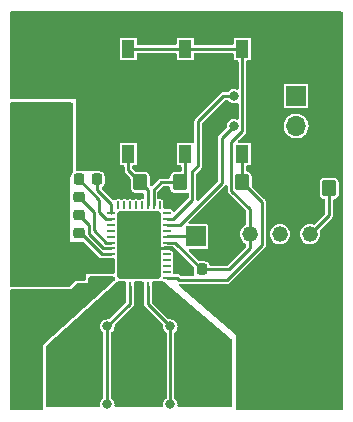
<source format=gbr>
G04 #@! TF.GenerationSoftware,KiCad,Pcbnew,(6.0.1)*
G04 #@! TF.CreationDate,2022-02-05T19:11:42-06:00*
G04 #@! TF.ProjectId,MCF8316A,4d434638-3331-4364-912e-6b696361645f,rev?*
G04 #@! TF.SameCoordinates,Original*
G04 #@! TF.FileFunction,Copper,L1,Top*
G04 #@! TF.FilePolarity,Positive*
%FSLAX46Y46*%
G04 Gerber Fmt 4.6, Leading zero omitted, Abs format (unit mm)*
G04 Created by KiCad (PCBNEW (6.0.1)) date 2022-02-05 19:11:42*
%MOMM*%
%LPD*%
G01*
G04 APERTURE LIST*
G04 Aperture macros list*
%AMRoundRect*
0 Rectangle with rounded corners*
0 $1 Rounding radius*
0 $2 $3 $4 $5 $6 $7 $8 $9 X,Y pos of 4 corners*
0 Add a 4 corners polygon primitive as box body*
4,1,4,$2,$3,$4,$5,$6,$7,$8,$9,$2,$3,0*
0 Add four circle primitives for the rounded corners*
1,1,$1+$1,$2,$3*
1,1,$1+$1,$4,$5*
1,1,$1+$1,$6,$7*
1,1,$1+$1,$8,$9*
0 Add four rect primitives between the rounded corners*
20,1,$1+$1,$2,$3,$4,$5,0*
20,1,$1+$1,$4,$5,$6,$7,0*
20,1,$1+$1,$6,$7,$8,$9,0*
20,1,$1+$1,$8,$9,$2,$3,0*%
G04 Aperture macros list end*
G04 #@! TA.AperFunction,SMDPad,CuDef*
%ADD10RoundRect,0.250000X-0.350000X-0.450000X0.350000X-0.450000X0.350000X0.450000X-0.350000X0.450000X0*%
G04 #@! TD*
G04 #@! TA.AperFunction,SMDPad,CuDef*
%ADD11RoundRect,0.185000X-1.665000X2.665000X-1.665000X-2.665000X1.665000X-2.665000X1.665000X2.665000X0*%
G04 #@! TD*
G04 #@! TA.AperFunction,SMDPad,CuDef*
%ADD12RoundRect,0.062500X0.237500X-0.062500X0.237500X0.062500X-0.237500X0.062500X-0.237500X-0.062500X0*%
G04 #@! TD*
G04 #@! TA.AperFunction,SMDPad,CuDef*
%ADD13RoundRect,0.062500X0.062500X0.237500X-0.062500X0.237500X-0.062500X-0.237500X0.062500X-0.237500X0*%
G04 #@! TD*
G04 #@! TA.AperFunction,ComponentPad*
%ADD14RoundRect,0.250000X-1.750000X-1.750000X1.750000X-1.750000X1.750000X1.750000X-1.750000X1.750000X0*%
G04 #@! TD*
G04 #@! TA.AperFunction,SMDPad,CuDef*
%ADD15RoundRect,0.225000X-0.225000X-0.250000X0.225000X-0.250000X0.225000X0.250000X-0.225000X0.250000X0*%
G04 #@! TD*
G04 #@! TA.AperFunction,SMDPad,CuDef*
%ADD16R,1.100000X1.500000*%
G04 #@! TD*
G04 #@! TA.AperFunction,SMDPad,CuDef*
%ADD17RoundRect,0.225000X0.250000X-0.225000X0.250000X0.225000X-0.250000X0.225000X-0.250000X-0.225000X0*%
G04 #@! TD*
G04 #@! TA.AperFunction,SMDPad,CuDef*
%ADD18RoundRect,0.250000X-0.650000X0.325000X-0.650000X-0.325000X0.650000X-0.325000X0.650000X0.325000X0*%
G04 #@! TD*
G04 #@! TA.AperFunction,SMDPad,CuDef*
%ADD19RoundRect,0.250000X0.350000X0.450000X-0.350000X0.450000X-0.350000X-0.450000X0.350000X-0.450000X0*%
G04 #@! TD*
G04 #@! TA.AperFunction,SMDPad,CuDef*
%ADD20RoundRect,0.225000X0.225000X0.250000X-0.225000X0.250000X-0.225000X-0.250000X0.225000X-0.250000X0*%
G04 #@! TD*
G04 #@! TA.AperFunction,ComponentPad*
%ADD21R,1.700000X1.700000*%
G04 #@! TD*
G04 #@! TA.AperFunction,ComponentPad*
%ADD22O,1.700000X1.700000*%
G04 #@! TD*
G04 #@! TA.AperFunction,ComponentPad*
%ADD23RoundRect,0.250000X-1.750000X1.750000X-1.750000X-1.750000X1.750000X-1.750000X1.750000X1.750000X0*%
G04 #@! TD*
G04 #@! TA.AperFunction,ComponentPad*
%ADD24C,4.000000*%
G04 #@! TD*
G04 #@! TA.AperFunction,SMDPad,CuDef*
%ADD25RoundRect,0.225000X-0.250000X0.225000X-0.250000X-0.225000X0.250000X-0.225000X0.250000X0.225000X0*%
G04 #@! TD*
G04 #@! TA.AperFunction,ComponentPad*
%ADD26C,1.320800*%
G04 #@! TD*
G04 #@! TA.AperFunction,ViaPad*
%ADD27C,0.800000*%
G04 #@! TD*
G04 #@! TA.AperFunction,Conductor*
%ADD28C,0.250000*%
G04 #@! TD*
G04 APERTURE END LIST*
D10*
G04 #@! TO.P,R1,1*
G04 #@! TO.N,GND*
X166249600Y-100076000D03*
G04 #@! TO.P,R1,2*
G04 #@! TO.N,Net-(R1-Pad2)*
X168249600Y-100076000D03*
G04 #@! TD*
D11*
G04 #@! TO.P,U1,0,GNDPAD*
G04 #@! TO.N,GND*
X152146000Y-104902000D03*
D12*
G04 #@! TO.P,U1,1,DVDD*
G04 #@! TO.N,/DVDD*
X149746000Y-102152000D03*
G04 #@! TO.P,U1,2,DGND*
G04 #@! TO.N,/DGND*
X149746000Y-102652000D03*
G04 #@! TO.P,U1,3,FB_BK*
G04 #@! TO.N,unconnected-(U1-Pad3)*
X149746000Y-103152000D03*
G04 #@! TO.P,U1,4,GND_BK*
G04 #@! TO.N,unconnected-(U1-Pad4)*
X149746000Y-103652000D03*
G04 #@! TO.P,U1,5,SW_BK*
G04 #@! TO.N,unconnected-(U1-Pad5)*
X149746000Y-104152000D03*
G04 #@! TO.P,U1,6,CPL*
G04 #@! TO.N,/CPL*
X149746000Y-104652000D03*
G04 #@! TO.P,U1,7,CPH*
G04 #@! TO.N,/CPH*
X149746000Y-105152000D03*
G04 #@! TO.P,U1,8,CP*
G04 #@! TO.N,/CP*
X149746000Y-105652000D03*
G04 #@! TO.P,U1,9,VM*
G04 #@! TO.N,VDD*
X149746000Y-106152000D03*
G04 #@! TO.P,U1,10,VM*
X149746000Y-106652000D03*
G04 #@! TO.P,U1,11,VM*
X149746000Y-107152000D03*
G04 #@! TO.P,U1,12,PGND*
G04 #@! TO.N,GND*
X149746000Y-107652000D03*
D13*
G04 #@! TO.P,U1,13,OUTA*
G04 #@! TO.N,/A*
X150396000Y-108302000D03*
G04 #@! TO.P,U1,14,OUTA*
X150896000Y-108302000D03*
G04 #@! TO.P,U1,15,PGND*
G04 #@! TO.N,GND*
X151396000Y-108302000D03*
G04 #@! TO.P,U1,16,OUTB*
G04 #@! TO.N,/B*
X151896000Y-108302000D03*
G04 #@! TO.P,U1,17,OUTB*
X152396000Y-108302000D03*
G04 #@! TO.P,U1,18,PGND*
G04 #@! TO.N,GND*
X152896000Y-108302000D03*
G04 #@! TO.P,U1,19,OUTC*
G04 #@! TO.N,/C*
X153396000Y-108302000D03*
G04 #@! TO.P,U1,20,OUTC*
X153896000Y-108302000D03*
D12*
G04 #@! TO.P,U1,21,DRVOFF*
G04 #@! TO.N,/COAST*
X154546000Y-107652000D03*
G04 #@! TO.P,U1,22*
G04 #@! TO.N,unconnected-(U1-Pad22)*
X154546000Y-107152000D03*
G04 #@! TO.P,U1,23*
G04 #@! TO.N,unconnected-(U1-Pad23)*
X154546000Y-106652000D03*
G04 #@! TO.P,U1,24*
G04 #@! TO.N,unconnected-(U1-Pad24)*
X154546000Y-106152000D03*
G04 #@! TO.P,U1,25*
G04 #@! TO.N,unconnected-(U1-Pad25)*
X154546000Y-105652000D03*
G04 #@! TO.P,U1,26,AGND*
G04 #@! TO.N,GND*
X154546000Y-105152000D03*
G04 #@! TO.P,U1,27,AVDD*
G04 #@! TO.N,+3V3*
X154546000Y-104652000D03*
G04 #@! TO.P,U1,28,SPEED/WAKE*
G04 #@! TO.N,/SPEED*
X154546000Y-104152000D03*
G04 #@! TO.P,U1,29,FG*
G04 #@! TO.N,unconnected-(U1-Pad29)*
X154546000Y-103652000D03*
G04 #@! TO.P,U1,30,SDA*
G04 #@! TO.N,/SDA*
X154546000Y-103152000D03*
G04 #@! TO.P,U1,31,SCL*
G04 #@! TO.N,/SCL*
X154546000Y-102652000D03*
G04 #@! TO.P,U1,32,EXT_WD*
G04 #@! TO.N,unconnected-(U1-Pad32)*
X154546000Y-102152000D03*
D13*
G04 #@! TO.P,U1,33,EXT_CLK*
G04 #@! TO.N,unconnected-(U1-Pad33)*
X153896000Y-101502000D03*
G04 #@! TO.P,U1,34,DIR*
G04 #@! TO.N,/DIRECTION*
X153396000Y-101502000D03*
G04 #@! TO.P,U1,35,BRAKE*
G04 #@! TO.N,/BRAKE*
X152896000Y-101502000D03*
G04 #@! TO.P,U1,36*
G04 #@! TO.N,unconnected-(U1-Pad36)*
X152396000Y-101502000D03*
G04 #@! TO.P,U1,37*
G04 #@! TO.N,unconnected-(U1-Pad37)*
X151896000Y-101502000D03*
G04 #@! TO.P,U1,38*
G04 #@! TO.N,unconnected-(U1-Pad38)*
X151396000Y-101502000D03*
G04 #@! TO.P,U1,39*
G04 #@! TO.N,unconnected-(U1-Pad39)*
X150896000Y-101502000D03*
G04 #@! TO.P,U1,40,nFAULT*
G04 #@! TO.N,unconnected-(U1-Pad40)*
X150396000Y-101502000D03*
G04 #@! TD*
D14*
G04 #@! TO.P,J1,1,Pin_1*
G04 #@! TO.N,/A*
X146812000Y-116078000D03*
G04 #@! TD*
D15*
G04 #@! TO.P,C5,1*
G04 #@! TO.N,/DGND*
X147040000Y-99314000D03*
G04 #@! TO.P,C5,2*
G04 #@! TO.N,/DVDD*
X148590000Y-99314000D03*
G04 #@! TD*
D10*
G04 #@! TO.P,R4,1*
G04 #@! TO.N,/DIRECTION*
X155607000Y-99568000D03*
G04 #@! TO.P,R4,2*
G04 #@! TO.N,GND*
X157607000Y-99568000D03*
G04 #@! TD*
D16*
G04 #@! TO.P,SW1,1*
G04 #@! TO.N,+3V3*
X151257000Y-88260000D03*
G04 #@! TO.P,SW1,2*
G04 #@! TO.N,/BRAKE*
X151257000Y-97160000D03*
G04 #@! TD*
D17*
G04 #@! TO.P,C1,1*
G04 #@! TO.N,/CPH*
X147066000Y-102362000D03*
G04 #@! TO.P,C1,2*
G04 #@! TO.N,/CPL*
X147066000Y-100812000D03*
G04 #@! TD*
D18*
G04 #@! TO.P,C7,1*
G04 #@! TO.N,VDD*
X145034000Y-107188000D03*
G04 #@! TO.P,C7,2*
G04 #@! TO.N,GND*
X145034000Y-110138000D03*
G04 #@! TD*
G04 #@! TO.P,C6,1*
G04 #@! TO.N,VDD*
X142621000Y-107188000D03*
G04 #@! TO.P,C6,2*
G04 #@! TO.N,GND*
X142621000Y-110138000D03*
G04 #@! TD*
D10*
G04 #@! TO.P,R2,1*
G04 #@! TO.N,/COAST*
X160909000Y-99568000D03*
G04 #@! TO.P,R2,2*
G04 #@! TO.N,GND*
X162909000Y-99568000D03*
G04 #@! TD*
D19*
G04 #@! TO.P,R3,1*
G04 #@! TO.N,/BRAKE*
X152273000Y-99568000D03*
G04 #@! TO.P,R3,2*
G04 #@! TO.N,GND*
X150273000Y-99568000D03*
G04 #@! TD*
D20*
G04 #@! TO.P,C4,1*
G04 #@! TO.N,+3V3*
X157480000Y-106934000D03*
G04 #@! TO.P,C4,2*
G04 #@! TO.N,GND*
X155930000Y-106934000D03*
G04 #@! TD*
D21*
G04 #@! TO.P,J4,1,Pin_1*
G04 #@! TO.N,/SCL*
X165455600Y-92247800D03*
D22*
G04 #@! TO.P,J4,2,Pin_2*
G04 #@! TO.N,/SDA*
X165455600Y-94787800D03*
G04 #@! TD*
D23*
G04 #@! TO.P,J6,1,Pin_1*
G04 #@! TO.N,GND*
X144018000Y-88094000D03*
D24*
G04 #@! TO.P,J6,2,Pin_2*
G04 #@! TO.N,VDD*
X144018000Y-95294000D03*
G04 #@! TD*
D16*
G04 #@! TO.P,SW3,1*
G04 #@! TO.N,+3V3*
X160909000Y-88260000D03*
G04 #@! TO.P,SW3,2*
G04 #@! TO.N,/COAST*
X160909000Y-97160000D03*
G04 #@! TD*
D14*
G04 #@! TO.P,J2,1,Pin_1*
G04 #@! TO.N,/B*
X152146000Y-116078000D03*
G04 #@! TD*
D25*
G04 #@! TO.P,C3,1*
G04 #@! TO.N,VDD*
X147066000Y-107188000D03*
G04 #@! TO.P,C3,2*
G04 #@! TO.N,GND*
X147066000Y-108738000D03*
G04 #@! TD*
D14*
G04 #@! TO.P,J3,1,Pin_1*
G04 #@! TO.N,/C*
X157480000Y-116078000D03*
G04 #@! TD*
D26*
G04 #@! TO.P,VR1,1,1*
G04 #@! TO.N,Net-(R1-Pad2)*
X166624000Y-103949500D03*
G04 #@! TO.P,VR1,2,2*
G04 #@! TO.N,/SPEED*
X164084000Y-103949500D03*
G04 #@! TO.P,VR1,3,3*
G04 #@! TO.N,+3V3*
X161544000Y-103949500D03*
G04 #@! TD*
D17*
G04 #@! TO.P,C2,1*
G04 #@! TO.N,VDD*
X147066000Y-105410000D03*
G04 #@! TO.P,C2,2*
G04 #@! TO.N,/CP*
X147066000Y-103860000D03*
G04 #@! TD*
D16*
G04 #@! TO.P,SW2,1*
G04 #@! TO.N,+3V3*
X156083000Y-88260000D03*
G04 #@! TO.P,SW2,2*
G04 #@! TO.N,/DIRECTION*
X156083000Y-97160000D03*
G04 #@! TD*
D21*
G04 #@! TO.P,J5,1,Pin_1*
G04 #@! TO.N,/SPEED*
X156972000Y-104140000D03*
G04 #@! TD*
D27*
G04 #@! TO.N,GND*
X152146000Y-102743000D03*
X151384000Y-95453200D03*
X154813000Y-111760000D03*
X151003000Y-102743000D03*
X160985200Y-118262400D03*
X148082000Y-91694000D03*
X152146000Y-105918000D03*
X142621000Y-111379000D03*
X162204400Y-106578400D03*
X151003000Y-107061000D03*
X142621000Y-109016800D03*
X168910000Y-91846400D03*
X160172400Y-111607600D03*
X153670000Y-91186000D03*
X157988000Y-101854000D03*
X168808400Y-118211600D03*
X168554400Y-85852000D03*
X168960800Y-96977200D03*
X154127200Y-85547200D03*
X150977600Y-100380800D03*
X166928800Y-100076000D03*
X162255200Y-97383600D03*
X142646400Y-114249200D03*
X157632400Y-98958400D03*
X152654000Y-98044000D03*
X152146000Y-103886000D03*
X145034000Y-109016800D03*
X149479000Y-111760000D03*
X154686000Y-98196400D03*
X156514800Y-108610400D03*
X142595600Y-117957600D03*
X168910000Y-109626400D03*
X152146000Y-107061000D03*
X153289000Y-102743000D03*
X168910000Y-104495600D03*
X147574000Y-97840800D03*
X157937200Y-91084400D03*
X163880800Y-102412800D03*
X156159200Y-95605600D03*
X164134800Y-87426800D03*
X155194000Y-101092000D03*
X142240000Y-91440000D03*
X157835600Y-85598000D03*
X160528000Y-102108000D03*
X148640800Y-108254800D03*
X162204400Y-99568000D03*
X158292800Y-105918000D03*
X145084800Y-111252000D03*
X149479000Y-118364000D03*
X147066000Y-109677200D03*
X153289000Y-107061000D03*
X147777200Y-85648800D03*
X162102800Y-93472000D03*
X159512000Y-93472000D03*
X161899600Y-89763600D03*
X155448000Y-106172000D03*
X152146000Y-104902000D03*
X154813000Y-118364000D03*
G04 #@! TO.N,/SCL*
X160184500Y-92252800D03*
G04 #@! TO.N,/SDA*
X160184500Y-94787800D03*
G04 #@! TD*
D28*
G04 #@! TO.N,GND*
X151396000Y-109843000D02*
X149479000Y-111760000D01*
X166249600Y-100076000D02*
X166928800Y-100076000D01*
X149479000Y-111760000D02*
X149479000Y-118364000D01*
X157607000Y-98983800D02*
X157632400Y-98958400D01*
X154546000Y-105152000D02*
X152396000Y-105152000D01*
X152896000Y-109843000D02*
X152896000Y-108302000D01*
X154813000Y-111760000D02*
X152896000Y-109843000D01*
X162909000Y-99568000D02*
X162204400Y-99568000D01*
X154813000Y-118364000D02*
X154813000Y-111760000D01*
X151396000Y-108302000D02*
X151396000Y-109843000D01*
X152396000Y-105152000D02*
X152146000Y-104902000D01*
X157607000Y-99568000D02*
X157607000Y-98983800D01*
G04 #@! TO.N,+3V3*
X156083000Y-88260000D02*
X151257000Y-88260000D01*
X159766000Y-106934000D02*
X161544000Y-105156000D01*
X161544000Y-101828600D02*
X159984480Y-100269080D01*
X161544000Y-105156000D02*
X161544000Y-103949500D01*
X159984480Y-100269080D02*
X159984480Y-96135498D01*
X155198000Y-104652000D02*
X154546000Y-104652000D01*
X157480000Y-106934000D02*
X159766000Y-106934000D01*
X159984480Y-96135498D02*
X160909000Y-95210978D01*
X160909000Y-88260000D02*
X156083000Y-88260000D01*
X161544000Y-103949500D02*
X161544000Y-101828600D01*
X157480000Y-106934000D02*
X155198000Y-104652000D01*
X160909000Y-95210978D02*
X160909000Y-88260000D01*
G04 #@! TO.N,/SCL*
X157175200Y-94386400D02*
X157175200Y-98145600D01*
X156682480Y-98638320D02*
X156682480Y-101025920D01*
X160184500Y-92252800D02*
X159308800Y-92252800D01*
X155056400Y-102652000D02*
X154546000Y-102652000D01*
X156682480Y-101025920D02*
X155056400Y-102652000D01*
X157175200Y-98145600D02*
X156682480Y-98638320D01*
X159308800Y-92252800D02*
X157175200Y-94386400D01*
G04 #@! TO.N,/SDA*
X155635493Y-103152000D02*
X159156400Y-99631093D01*
X159156400Y-99631093D02*
X159156400Y-95815900D01*
X159156400Y-95815900D02*
X160184500Y-94787800D01*
X154546000Y-103152000D02*
X155635493Y-103152000D01*
G04 #@! TO.N,/DIRECTION*
X154025600Y-99568000D02*
X153396000Y-100197600D01*
X155607000Y-99568000D02*
X154025600Y-99568000D01*
X155607000Y-99568000D02*
X156083000Y-99092000D01*
X156083000Y-99092000D02*
X156083000Y-97160000D01*
X153396000Y-100197600D02*
X153396000Y-101502000D01*
G04 #@! TO.N,/BRAKE*
X152273000Y-99568000D02*
X151257000Y-98552000D01*
X152896000Y-100191000D02*
X152896000Y-101502000D01*
X152273000Y-99568000D02*
X152896000Y-100191000D01*
X151257000Y-98552000D02*
X151257000Y-97160000D01*
G04 #@! TO.N,/COAST*
X159633554Y-107823000D02*
X162560000Y-104896554D01*
X162560000Y-101219000D02*
X160909000Y-99568000D01*
X160909000Y-99568000D02*
X160909000Y-97160000D01*
X155575000Y-107823000D02*
X159633554Y-107823000D01*
X162560000Y-104896554D02*
X162560000Y-101219000D01*
X154546000Y-107652000D02*
X155404000Y-107652000D01*
X155404000Y-107652000D02*
X155575000Y-107823000D01*
G04 #@! TO.N,/SPEED*
X156972000Y-104140000D02*
X154558000Y-104140000D01*
G04 #@! TO.N,Net-(R1-Pad2)*
X168249600Y-102323900D02*
X168249600Y-100076000D01*
X166624000Y-103949500D02*
X168249600Y-102323900D01*
G04 #@! TO.N,/CPH*
X147886480Y-103906960D02*
X147886480Y-103182480D01*
X149746000Y-105152000D02*
X149131520Y-105152000D01*
X147886480Y-103182480D02*
X147066000Y-102362000D01*
X149131520Y-105152000D02*
X147886480Y-103906960D01*
G04 #@! TO.N,/CPL*
X149746000Y-104652000D02*
X149398672Y-104652000D01*
X148336000Y-103589328D02*
X148336000Y-102082000D01*
X148336000Y-102082000D02*
X147066000Y-100812000D01*
X149398672Y-104652000D02*
X148336000Y-103589328D01*
G04 #@! TO.N,/CP*
X148995802Y-105652000D02*
X147203802Y-103860000D01*
X149746000Y-105652000D02*
X148995802Y-105652000D01*
X147203802Y-103860000D02*
X147066000Y-103860000D01*
G04 #@! TO.N,/DGND*
X148785520Y-101059520D02*
X147040000Y-99314000D01*
X149746000Y-102652000D02*
X149398672Y-102652000D01*
X148785520Y-102038848D02*
X148785520Y-101059520D01*
X149398672Y-102652000D02*
X148785520Y-102038848D01*
G04 #@! TO.N,/DVDD*
X149746000Y-101359000D02*
X149746000Y-102152000D01*
X148590000Y-99314000D02*
X148590000Y-100203000D01*
X148590000Y-100203000D02*
X149746000Y-101359000D01*
G04 #@! TD*
G04 #@! TA.AperFunction,Conductor*
G04 #@! TO.N,/C*
G36*
X154200267Y-107958488D02*
G01*
X154205883Y-107962240D01*
X154218052Y-107964661D01*
X154218058Y-107964663D01*
X154223132Y-107965672D01*
X154279709Y-107992871D01*
X159975161Y-112789041D01*
X160014383Y-112848220D01*
X160020000Y-112885420D01*
X160020000Y-118441200D01*
X159999998Y-118509321D01*
X159946342Y-118555814D01*
X159894000Y-118567200D01*
X155535606Y-118567200D01*
X155467485Y-118547198D01*
X155420992Y-118493542D01*
X155410684Y-118424755D01*
X155417604Y-118372190D01*
X155417604Y-118372188D01*
X155418682Y-118364000D01*
X155398044Y-118207238D01*
X155337536Y-118061159D01*
X155241282Y-117935718D01*
X155234736Y-117930695D01*
X155234732Y-117930691D01*
X155192496Y-117898282D01*
X155150629Y-117840944D01*
X155143200Y-117798320D01*
X155143200Y-112325680D01*
X155163202Y-112257559D01*
X155192496Y-112225718D01*
X155234732Y-112193309D01*
X155234736Y-112193305D01*
X155241282Y-112188282D01*
X155337536Y-112062841D01*
X155398044Y-111916762D01*
X155418682Y-111760000D01*
X155398044Y-111603238D01*
X155337536Y-111457159D01*
X155241282Y-111331718D01*
X155115841Y-111235464D01*
X154969762Y-111174956D01*
X154813000Y-111154318D01*
X154746159Y-111163118D01*
X154676011Y-111152179D01*
X154640618Y-111127291D01*
X153258405Y-109745079D01*
X153224380Y-109682767D01*
X153221500Y-109655984D01*
X153221500Y-108273525D01*
X153221499Y-108273522D01*
X153221499Y-108078499D01*
X153241501Y-108010378D01*
X153295157Y-107963885D01*
X153347499Y-107952499D01*
X153847534Y-107952499D01*
X153855389Y-107951343D01*
X153873735Y-107950000D01*
X154157596Y-107950000D01*
X154200267Y-107958488D01*
G37*
G04 #@! TD.AperFunction*
G04 #@! TD*
G04 #@! TA.AperFunction,Conductor*
G04 #@! TO.N,/A*
G36*
X150436375Y-107951320D02*
G01*
X150437862Y-107951537D01*
X150444465Y-107952500D01*
X150944500Y-107952500D01*
X151012621Y-107972502D01*
X151059114Y-108026158D01*
X151070500Y-108078500D01*
X151070500Y-109655983D01*
X151050498Y-109724104D01*
X151033595Y-109745078D01*
X149651383Y-111127291D01*
X149589071Y-111161316D01*
X149545843Y-111163118D01*
X149479000Y-111154318D01*
X149322238Y-111174956D01*
X149176159Y-111235464D01*
X149050718Y-111331718D01*
X148954464Y-111457159D01*
X148893956Y-111603238D01*
X148873318Y-111760000D01*
X148893956Y-111916762D01*
X148954464Y-112062841D01*
X149050718Y-112188282D01*
X149057264Y-112193305D01*
X149057268Y-112193309D01*
X149099504Y-112225718D01*
X149141371Y-112283056D01*
X149148800Y-112325680D01*
X149148800Y-117798320D01*
X149128798Y-117866441D01*
X149099504Y-117898282D01*
X149057268Y-117930691D01*
X149057264Y-117930695D01*
X149050718Y-117935718D01*
X148954464Y-118061159D01*
X148893956Y-118207238D01*
X148873318Y-118364000D01*
X148874396Y-118372188D01*
X148874396Y-118372190D01*
X148881316Y-118424755D01*
X148870376Y-118494903D01*
X148823248Y-118548002D01*
X148756394Y-118567200D01*
X144398000Y-118567200D01*
X144329879Y-118547198D01*
X144283386Y-118493542D01*
X144272000Y-118441200D01*
X144272000Y-113542656D01*
X144292002Y-113474535D01*
X144312892Y-113449744D01*
X150281078Y-107983086D01*
X150344822Y-107951824D01*
X150366185Y-107950000D01*
X150418187Y-107950000D01*
X150436375Y-107951320D01*
G37*
G04 #@! TD.AperFunction*
G04 #@! TD*
G04 #@! TA.AperFunction,Conductor*
G04 #@! TO.N,GND*
G36*
X169360121Y-85110002D02*
G01*
X169406614Y-85163658D01*
X169418000Y-85216000D01*
X169418000Y-118746000D01*
X169397998Y-118814121D01*
X169344342Y-118860614D01*
X169292000Y-118872000D01*
X160527000Y-118872000D01*
X160458879Y-118851998D01*
X160412386Y-118798342D01*
X160401000Y-118746000D01*
X160401000Y-112522000D01*
X155550202Y-108370225D01*
X155511455Y-108310734D01*
X155511023Y-108239739D01*
X155549042Y-108179780D01*
X155613442Y-108149894D01*
X155632133Y-108148500D01*
X159613844Y-108148500D01*
X159624826Y-108148980D01*
X159651374Y-108151303D01*
X159651376Y-108151303D01*
X159662361Y-108152264D01*
X159698769Y-108142508D01*
X159709496Y-108140130D01*
X159712855Y-108139538D01*
X159746599Y-108133588D01*
X159756144Y-108128077D01*
X159759420Y-108126885D01*
X159762588Y-108125408D01*
X159773238Y-108122554D01*
X159804098Y-108100945D01*
X159813369Y-108095039D01*
X159836460Y-108081707D01*
X159846009Y-108076194D01*
X159870239Y-108047317D01*
X159877665Y-108039215D01*
X162776215Y-105140665D01*
X162784319Y-105133238D01*
X162792077Y-105126728D01*
X162813194Y-105109009D01*
X162830781Y-105078547D01*
X162832039Y-105076369D01*
X162837945Y-105067098D01*
X162853230Y-105045269D01*
X162859554Y-105036238D01*
X162862408Y-105025588D01*
X162863885Y-105022420D01*
X162865077Y-105019144D01*
X162870588Y-105009599D01*
X162877130Y-104972496D01*
X162879509Y-104961764D01*
X162889264Y-104925361D01*
X162887221Y-104902000D01*
X162885979Y-104887811D01*
X162885500Y-104876830D01*
X162885500Y-103949500D01*
X163218358Y-103949500D01*
X163237274Y-104129477D01*
X163293197Y-104301588D01*
X163296500Y-104307309D01*
X163380378Y-104452592D01*
X163380381Y-104452596D01*
X163383681Y-104458312D01*
X163388099Y-104463219D01*
X163388100Y-104463220D01*
X163463958Y-104547468D01*
X163504772Y-104592797D01*
X163510111Y-104596676D01*
X163623565Y-104679105D01*
X163651179Y-104699168D01*
X163657207Y-104701852D01*
X163657209Y-104701853D01*
X163791692Y-104761728D01*
X163816502Y-104772774D01*
X163905009Y-104791587D01*
X163987059Y-104809028D01*
X163987064Y-104809028D01*
X163993516Y-104810400D01*
X164174484Y-104810400D01*
X164180936Y-104809028D01*
X164180941Y-104809028D01*
X164262991Y-104791587D01*
X164351498Y-104772774D01*
X164376308Y-104761728D01*
X164510791Y-104701853D01*
X164510793Y-104701852D01*
X164516821Y-104699168D01*
X164544436Y-104679105D01*
X164657889Y-104596676D01*
X164663228Y-104592797D01*
X164704043Y-104547468D01*
X164779900Y-104463220D01*
X164779901Y-104463219D01*
X164784319Y-104458312D01*
X164787619Y-104452596D01*
X164787622Y-104452592D01*
X164871500Y-104307309D01*
X164874803Y-104301588D01*
X164930726Y-104129477D01*
X164949642Y-103949500D01*
X165758358Y-103949500D01*
X165777274Y-104129477D01*
X165833197Y-104301588D01*
X165836500Y-104307309D01*
X165920378Y-104452592D01*
X165920381Y-104452596D01*
X165923681Y-104458312D01*
X165928099Y-104463219D01*
X165928100Y-104463220D01*
X166003958Y-104547468D01*
X166044772Y-104592797D01*
X166050111Y-104596676D01*
X166163565Y-104679105D01*
X166191179Y-104699168D01*
X166197207Y-104701852D01*
X166197209Y-104701853D01*
X166331692Y-104761728D01*
X166356502Y-104772774D01*
X166445009Y-104791587D01*
X166527059Y-104809028D01*
X166527064Y-104809028D01*
X166533516Y-104810400D01*
X166714484Y-104810400D01*
X166720936Y-104809028D01*
X166720941Y-104809028D01*
X166802991Y-104791587D01*
X166891498Y-104772774D01*
X166916308Y-104761728D01*
X167050791Y-104701853D01*
X167050793Y-104701852D01*
X167056821Y-104699168D01*
X167084436Y-104679105D01*
X167197889Y-104596676D01*
X167203228Y-104592797D01*
X167244043Y-104547468D01*
X167319900Y-104463220D01*
X167319901Y-104463219D01*
X167324319Y-104458312D01*
X167327619Y-104452596D01*
X167327622Y-104452592D01*
X167411500Y-104307309D01*
X167414803Y-104301588D01*
X167470726Y-104129477D01*
X167489642Y-103949500D01*
X167475453Y-103814500D01*
X167471416Y-103776086D01*
X167471416Y-103776084D01*
X167470726Y-103769523D01*
X167443963Y-103687156D01*
X167441935Y-103616189D01*
X167474701Y-103559125D01*
X168465815Y-102568011D01*
X168473919Y-102560584D01*
X168494349Y-102543441D01*
X168502794Y-102536355D01*
X168508307Y-102526806D01*
X168521639Y-102503715D01*
X168527545Y-102494444D01*
X168542830Y-102472615D01*
X168549154Y-102463584D01*
X168552008Y-102452934D01*
X168553485Y-102449766D01*
X168554677Y-102446490D01*
X168560188Y-102436945D01*
X168566730Y-102399842D01*
X168569109Y-102389110D01*
X168578864Y-102352707D01*
X168575751Y-102317117D01*
X168575579Y-102315157D01*
X168575100Y-102304176D01*
X168575100Y-101098022D01*
X168595102Y-101029901D01*
X168648758Y-100983408D01*
X168674100Y-100974949D01*
X168677325Y-100974242D01*
X168684969Y-100973519D01*
X168692208Y-100970977D01*
X168692212Y-100970976D01*
X168752472Y-100949814D01*
X168812784Y-100928634D01*
X168820354Y-100923042D01*
X168820357Y-100923041D01*
X168914179Y-100853742D01*
X168921750Y-100848150D01*
X168934265Y-100831206D01*
X168996641Y-100746757D01*
X168996642Y-100746754D01*
X169002234Y-100739184D01*
X169047119Y-100611369D01*
X169050100Y-100579834D01*
X169050100Y-99572166D01*
X169047119Y-99540631D01*
X169002234Y-99412816D01*
X168996642Y-99405246D01*
X168996641Y-99405243D01*
X168927342Y-99311421D01*
X168921750Y-99303850D01*
X168868721Y-99264682D01*
X168820357Y-99228959D01*
X168820354Y-99228958D01*
X168812784Y-99223366D01*
X168684969Y-99178481D01*
X168677323Y-99177758D01*
X168677322Y-99177758D01*
X168671352Y-99177194D01*
X168653434Y-99175500D01*
X167845766Y-99175500D01*
X167827848Y-99177194D01*
X167821878Y-99177758D01*
X167821877Y-99177758D01*
X167814231Y-99178481D01*
X167686416Y-99223366D01*
X167678846Y-99228958D01*
X167678843Y-99228959D01*
X167630479Y-99264682D01*
X167577450Y-99303850D01*
X167571858Y-99311421D01*
X167502559Y-99405243D01*
X167502558Y-99405246D01*
X167496966Y-99412816D01*
X167452081Y-99540631D01*
X167449100Y-99572166D01*
X167449100Y-100579834D01*
X167452081Y-100611369D01*
X167496966Y-100739184D01*
X167502558Y-100746754D01*
X167502559Y-100746757D01*
X167564935Y-100831206D01*
X167577450Y-100848150D01*
X167585021Y-100853742D01*
X167678843Y-100923041D01*
X167678846Y-100923042D01*
X167686416Y-100928634D01*
X167746728Y-100949814D01*
X167806988Y-100970976D01*
X167806992Y-100970977D01*
X167814231Y-100973519D01*
X167821875Y-100974242D01*
X167825100Y-100974949D01*
X167887353Y-101009084D01*
X167921268Y-101071456D01*
X167924100Y-101098022D01*
X167924100Y-102136884D01*
X167904098Y-102205005D01*
X167887195Y-102225979D01*
X167017591Y-103095583D01*
X166955279Y-103129609D01*
X166891988Y-103126444D01*
X166891498Y-103126226D01*
X166885043Y-103124854D01*
X166885040Y-103124853D01*
X166720941Y-103089972D01*
X166720936Y-103089972D01*
X166714484Y-103088600D01*
X166533516Y-103088600D01*
X166527064Y-103089972D01*
X166527059Y-103089972D01*
X166445009Y-103107413D01*
X166356502Y-103126226D01*
X166350472Y-103128911D01*
X166350471Y-103128911D01*
X166197209Y-103197147D01*
X166197207Y-103197148D01*
X166191179Y-103199832D01*
X166185838Y-103203712D01*
X166185837Y-103203713D01*
X166133561Y-103241694D01*
X166044772Y-103306203D01*
X166040359Y-103311105D01*
X166040357Y-103311106D01*
X165933500Y-103429783D01*
X165923681Y-103440688D01*
X165920381Y-103446404D01*
X165920378Y-103446408D01*
X165897010Y-103486883D01*
X165833197Y-103597412D01*
X165777274Y-103769523D01*
X165776584Y-103776086D01*
X165776583Y-103776093D01*
X165763350Y-103902000D01*
X165758358Y-103949500D01*
X164949642Y-103949500D01*
X164944650Y-103902000D01*
X164931417Y-103776093D01*
X164931416Y-103776086D01*
X164930726Y-103769523D01*
X164874803Y-103597412D01*
X164810990Y-103486883D01*
X164787622Y-103446408D01*
X164787619Y-103446404D01*
X164784319Y-103440688D01*
X164774500Y-103429783D01*
X164667643Y-103311106D01*
X164667641Y-103311105D01*
X164663228Y-103306203D01*
X164574439Y-103241694D01*
X164522163Y-103203713D01*
X164522162Y-103203712D01*
X164516821Y-103199832D01*
X164510793Y-103197148D01*
X164510791Y-103197147D01*
X164357529Y-103128911D01*
X164357528Y-103128911D01*
X164351498Y-103126226D01*
X164262991Y-103107413D01*
X164180941Y-103089972D01*
X164180936Y-103089972D01*
X164174484Y-103088600D01*
X163993516Y-103088600D01*
X163987064Y-103089972D01*
X163987059Y-103089972D01*
X163905009Y-103107413D01*
X163816502Y-103126226D01*
X163810472Y-103128911D01*
X163810471Y-103128911D01*
X163657209Y-103197147D01*
X163657207Y-103197148D01*
X163651179Y-103199832D01*
X163645838Y-103203712D01*
X163645837Y-103203713D01*
X163593561Y-103241694D01*
X163504772Y-103306203D01*
X163500359Y-103311105D01*
X163500357Y-103311106D01*
X163393500Y-103429783D01*
X163383681Y-103440688D01*
X163380381Y-103446404D01*
X163380378Y-103446408D01*
X163357010Y-103486883D01*
X163293197Y-103597412D01*
X163237274Y-103769523D01*
X163236584Y-103776086D01*
X163236583Y-103776093D01*
X163223350Y-103902000D01*
X163218358Y-103949500D01*
X162885500Y-103949500D01*
X162885500Y-101238710D01*
X162885980Y-101227728D01*
X162888303Y-101201180D01*
X162888303Y-101201178D01*
X162889264Y-101190193D01*
X162879508Y-101153785D01*
X162877130Y-101143058D01*
X162875241Y-101132345D01*
X162870588Y-101105955D01*
X162865077Y-101096410D01*
X162863885Y-101093134D01*
X162862408Y-101089966D01*
X162859554Y-101079316D01*
X162837945Y-101048456D01*
X162832039Y-101039185D01*
X162818707Y-101016094D01*
X162813194Y-101006545D01*
X162784317Y-100982315D01*
X162776215Y-100974889D01*
X161746405Y-99945079D01*
X161712379Y-99882767D01*
X161709500Y-99855984D01*
X161709500Y-99064166D01*
X161706519Y-99032631D01*
X161661634Y-98904816D01*
X161656042Y-98897246D01*
X161656041Y-98897243D01*
X161586742Y-98803421D01*
X161581150Y-98795850D01*
X161564206Y-98783335D01*
X161479757Y-98720959D01*
X161479754Y-98720958D01*
X161472184Y-98715366D01*
X161404747Y-98691684D01*
X161351612Y-98673024D01*
X161351608Y-98673023D01*
X161344369Y-98670481D01*
X161336725Y-98669758D01*
X161333500Y-98669051D01*
X161271247Y-98634916D01*
X161237332Y-98572544D01*
X161234500Y-98545978D01*
X161234500Y-98236500D01*
X161254502Y-98168379D01*
X161308158Y-98121886D01*
X161360500Y-98110500D01*
X161478748Y-98110500D01*
X161484816Y-98109293D01*
X161525061Y-98101288D01*
X161525062Y-98101288D01*
X161537231Y-98098867D01*
X161603552Y-98054552D01*
X161647867Y-97988231D01*
X161659500Y-97929748D01*
X161659500Y-96390252D01*
X161647867Y-96331769D01*
X161603552Y-96265448D01*
X161537231Y-96221133D01*
X161525062Y-96218712D01*
X161525061Y-96218712D01*
X161484816Y-96210707D01*
X161478748Y-96209500D01*
X160674994Y-96209500D01*
X160606873Y-96189498D01*
X160560380Y-96135842D01*
X160550276Y-96065568D01*
X160579770Y-96000988D01*
X160585899Y-95994405D01*
X161125215Y-95455089D01*
X161133319Y-95447662D01*
X161153749Y-95430519D01*
X161162194Y-95423433D01*
X161175184Y-95400934D01*
X161181039Y-95390793D01*
X161186945Y-95381522D01*
X161208554Y-95350662D01*
X161211408Y-95340012D01*
X161212885Y-95336844D01*
X161214077Y-95333568D01*
X161219588Y-95324023D01*
X161226130Y-95286920D01*
X161228509Y-95276188D01*
X161238264Y-95239785D01*
X161236753Y-95222507D01*
X161234979Y-95202235D01*
X161234500Y-95191254D01*
X161234500Y-94773062D01*
X164400120Y-94773062D01*
X164417359Y-94978353D01*
X164474144Y-95176386D01*
X164476959Y-95181863D01*
X164476960Y-95181866D01*
X164550019Y-95324023D01*
X164568312Y-95359618D01*
X164696277Y-95521070D01*
X164700970Y-95525064D01*
X164700971Y-95525065D01*
X164837014Y-95640846D01*
X164853164Y-95654591D01*
X165032998Y-95755097D01*
X165127838Y-95785913D01*
X165223071Y-95816856D01*
X165223075Y-95816857D01*
X165228929Y-95818759D01*
X165433494Y-95843151D01*
X165439629Y-95842679D01*
X165439631Y-95842679D01*
X165495639Y-95838369D01*
X165638900Y-95827346D01*
X165644830Y-95825690D01*
X165644832Y-95825690D01*
X165831397Y-95773600D01*
X165831396Y-95773600D01*
X165837325Y-95771945D01*
X165842814Y-95769172D01*
X165842820Y-95769170D01*
X166015716Y-95681833D01*
X166021210Y-95679058D01*
X166070120Y-95640846D01*
X166145645Y-95581839D01*
X166183551Y-95552224D01*
X166294720Y-95423433D01*
X166314140Y-95400934D01*
X166314140Y-95400933D01*
X166318164Y-95396272D01*
X166338987Y-95359618D01*
X166416876Y-95222507D01*
X166419923Y-95217144D01*
X166484951Y-95021663D01*
X166510771Y-94817274D01*
X166511183Y-94787800D01*
X166491080Y-94582770D01*
X166431535Y-94385549D01*
X166334818Y-94203649D01*
X166261459Y-94113702D01*
X166208506Y-94048775D01*
X166208503Y-94048772D01*
X166204611Y-94044000D01*
X166187386Y-94029750D01*
X166050625Y-93916611D01*
X166050621Y-93916609D01*
X166045875Y-93912682D01*
X165864655Y-93814697D01*
X165667854Y-93753777D01*
X165661729Y-93753133D01*
X165661728Y-93753133D01*
X165469098Y-93732887D01*
X165469096Y-93732887D01*
X165462969Y-93732243D01*
X165376129Y-93740146D01*
X165263942Y-93750355D01*
X165263939Y-93750356D01*
X165257803Y-93750914D01*
X165060172Y-93809080D01*
X164877602Y-93904526D01*
X164872801Y-93908386D01*
X164872798Y-93908388D01*
X164721854Y-94029750D01*
X164717047Y-94033615D01*
X164584624Y-94191430D01*
X164581656Y-94196828D01*
X164581653Y-94196833D01*
X164493275Y-94357593D01*
X164485376Y-94371962D01*
X164423084Y-94568332D01*
X164422398Y-94574449D01*
X164422397Y-94574453D01*
X164400807Y-94766937D01*
X164400120Y-94773062D01*
X161234500Y-94773062D01*
X161234500Y-93117548D01*
X164405100Y-93117548D01*
X164416733Y-93176031D01*
X164461048Y-93242352D01*
X164527369Y-93286667D01*
X164539538Y-93289088D01*
X164539539Y-93289088D01*
X164579784Y-93297093D01*
X164585852Y-93298300D01*
X166325348Y-93298300D01*
X166331416Y-93297093D01*
X166371661Y-93289088D01*
X166371662Y-93289088D01*
X166383831Y-93286667D01*
X166450152Y-93242352D01*
X166494467Y-93176031D01*
X166506100Y-93117548D01*
X166506100Y-91378052D01*
X166494467Y-91319569D01*
X166450152Y-91253248D01*
X166383831Y-91208933D01*
X166371662Y-91206512D01*
X166371661Y-91206512D01*
X166331416Y-91198507D01*
X166325348Y-91197300D01*
X164585852Y-91197300D01*
X164579784Y-91198507D01*
X164539539Y-91206512D01*
X164539538Y-91206512D01*
X164527369Y-91208933D01*
X164461048Y-91253248D01*
X164416733Y-91319569D01*
X164405100Y-91378052D01*
X164405100Y-93117548D01*
X161234500Y-93117548D01*
X161234500Y-89336500D01*
X161254502Y-89268379D01*
X161308158Y-89221886D01*
X161360500Y-89210500D01*
X161478748Y-89210500D01*
X161484816Y-89209293D01*
X161525061Y-89201288D01*
X161525062Y-89201288D01*
X161537231Y-89198867D01*
X161603552Y-89154552D01*
X161647867Y-89088231D01*
X161659500Y-89029748D01*
X161659500Y-87490252D01*
X161647867Y-87431769D01*
X161603552Y-87365448D01*
X161537231Y-87321133D01*
X161525062Y-87318712D01*
X161525061Y-87318712D01*
X161484816Y-87310707D01*
X161478748Y-87309500D01*
X160339252Y-87309500D01*
X160333184Y-87310707D01*
X160292939Y-87318712D01*
X160292938Y-87318712D01*
X160280769Y-87321133D01*
X160214448Y-87365448D01*
X160170133Y-87431769D01*
X160158500Y-87490252D01*
X160158500Y-87808500D01*
X160138498Y-87876621D01*
X160084842Y-87923114D01*
X160032500Y-87934500D01*
X156959500Y-87934500D01*
X156891379Y-87914498D01*
X156844886Y-87860842D01*
X156833500Y-87808500D01*
X156833500Y-87490252D01*
X156821867Y-87431769D01*
X156777552Y-87365448D01*
X156711231Y-87321133D01*
X156699062Y-87318712D01*
X156699061Y-87318712D01*
X156658816Y-87310707D01*
X156652748Y-87309500D01*
X155513252Y-87309500D01*
X155507184Y-87310707D01*
X155466939Y-87318712D01*
X155466938Y-87318712D01*
X155454769Y-87321133D01*
X155388448Y-87365448D01*
X155344133Y-87431769D01*
X155332500Y-87490252D01*
X155332500Y-87808500D01*
X155312498Y-87876621D01*
X155258842Y-87923114D01*
X155206500Y-87934500D01*
X152133500Y-87934500D01*
X152065379Y-87914498D01*
X152018886Y-87860842D01*
X152007500Y-87808500D01*
X152007500Y-87490252D01*
X151995867Y-87431769D01*
X151951552Y-87365448D01*
X151885231Y-87321133D01*
X151873062Y-87318712D01*
X151873061Y-87318712D01*
X151832816Y-87310707D01*
X151826748Y-87309500D01*
X150687252Y-87309500D01*
X150681184Y-87310707D01*
X150640939Y-87318712D01*
X150640938Y-87318712D01*
X150628769Y-87321133D01*
X150562448Y-87365448D01*
X150518133Y-87431769D01*
X150506500Y-87490252D01*
X150506500Y-89029748D01*
X150518133Y-89088231D01*
X150562448Y-89154552D01*
X150628769Y-89198867D01*
X150640938Y-89201288D01*
X150640939Y-89201288D01*
X150681184Y-89209293D01*
X150687252Y-89210500D01*
X151826748Y-89210500D01*
X151832816Y-89209293D01*
X151873061Y-89201288D01*
X151873062Y-89201288D01*
X151885231Y-89198867D01*
X151951552Y-89154552D01*
X151995867Y-89088231D01*
X152007500Y-89029748D01*
X152007500Y-88711500D01*
X152027502Y-88643379D01*
X152081158Y-88596886D01*
X152133500Y-88585500D01*
X155206500Y-88585500D01*
X155274621Y-88605502D01*
X155321114Y-88659158D01*
X155332500Y-88711500D01*
X155332500Y-89029748D01*
X155344133Y-89088231D01*
X155388448Y-89154552D01*
X155454769Y-89198867D01*
X155466938Y-89201288D01*
X155466939Y-89201288D01*
X155507184Y-89209293D01*
X155513252Y-89210500D01*
X156652748Y-89210500D01*
X156658816Y-89209293D01*
X156699061Y-89201288D01*
X156699062Y-89201288D01*
X156711231Y-89198867D01*
X156777552Y-89154552D01*
X156821867Y-89088231D01*
X156833500Y-89029748D01*
X156833500Y-88711500D01*
X156853502Y-88643379D01*
X156907158Y-88596886D01*
X156959500Y-88585500D01*
X160032500Y-88585500D01*
X160100621Y-88605502D01*
X160147114Y-88659158D01*
X160158500Y-88711500D01*
X160158500Y-89029748D01*
X160170133Y-89088231D01*
X160214448Y-89154552D01*
X160280769Y-89198867D01*
X160292938Y-89201288D01*
X160292939Y-89201288D01*
X160333184Y-89209293D01*
X160339252Y-89210500D01*
X160457500Y-89210500D01*
X160525621Y-89230502D01*
X160572114Y-89284158D01*
X160583500Y-89336500D01*
X160583500Y-91579522D01*
X160563498Y-91647643D01*
X160509842Y-91694136D01*
X160439568Y-91704240D01*
X160409282Y-91695931D01*
X160348891Y-91670916D01*
X160341262Y-91667756D01*
X160184500Y-91647118D01*
X160027738Y-91667756D01*
X159881659Y-91728264D01*
X159756218Y-91824518D01*
X159751195Y-91831064D01*
X159715177Y-91878004D01*
X159657839Y-91919871D01*
X159615214Y-91927300D01*
X159328510Y-91927300D01*
X159317528Y-91926820D01*
X159290980Y-91924497D01*
X159290978Y-91924497D01*
X159279993Y-91923536D01*
X159243585Y-91933292D01*
X159232858Y-91935670D01*
X159229499Y-91936262D01*
X159195755Y-91942212D01*
X159186210Y-91947723D01*
X159182934Y-91948915D01*
X159179766Y-91950392D01*
X159169116Y-91953246D01*
X159160085Y-91959570D01*
X159138256Y-91974855D01*
X159128985Y-91980761D01*
X159105894Y-91994093D01*
X159096345Y-91999606D01*
X159089259Y-92008051D01*
X159072115Y-92028482D01*
X159064689Y-92036585D01*
X156958985Y-94142289D01*
X156950881Y-94149716D01*
X156922006Y-94173945D01*
X156916493Y-94183494D01*
X156903161Y-94206585D01*
X156897255Y-94215856D01*
X156875646Y-94246716D01*
X156872792Y-94257366D01*
X156871315Y-94260534D01*
X156870123Y-94263810D01*
X156864612Y-94273355D01*
X156858662Y-94307099D01*
X156858070Y-94310458D01*
X156855692Y-94321185D01*
X156845936Y-94357593D01*
X156846897Y-94368578D01*
X156846897Y-94368580D01*
X156849220Y-94395128D01*
X156849700Y-94406110D01*
X156849700Y-96095145D01*
X156829698Y-96163266D01*
X156776042Y-96209759D01*
X156699119Y-96218724D01*
X156652748Y-96209500D01*
X155513252Y-96209500D01*
X155507184Y-96210707D01*
X155466939Y-96218712D01*
X155466938Y-96218712D01*
X155454769Y-96221133D01*
X155388448Y-96265448D01*
X155344133Y-96331769D01*
X155332500Y-96390252D01*
X155332500Y-97929748D01*
X155344133Y-97988231D01*
X155388448Y-98054552D01*
X155454769Y-98098867D01*
X155466938Y-98101288D01*
X155466939Y-98101288D01*
X155507184Y-98109293D01*
X155513252Y-98110500D01*
X155631500Y-98110500D01*
X155699621Y-98130502D01*
X155746114Y-98184158D01*
X155757500Y-98236500D01*
X155757500Y-98541500D01*
X155737498Y-98609621D01*
X155683842Y-98656114D01*
X155631500Y-98667500D01*
X155203166Y-98667500D01*
X155185248Y-98669194D01*
X155179278Y-98669758D01*
X155179277Y-98669758D01*
X155171631Y-98670481D01*
X155043816Y-98715366D01*
X155036246Y-98720958D01*
X155036243Y-98720959D01*
X154951794Y-98783335D01*
X154934850Y-98795850D01*
X154929258Y-98803421D01*
X154859959Y-98897243D01*
X154859958Y-98897246D01*
X154854366Y-98904816D01*
X154809481Y-99032631D01*
X154806500Y-99064166D01*
X154806500Y-99116500D01*
X154786498Y-99184621D01*
X154732842Y-99231114D01*
X154680500Y-99242500D01*
X154045310Y-99242500D01*
X154034328Y-99242020D01*
X154007780Y-99239697D01*
X154007778Y-99239697D01*
X153996793Y-99238736D01*
X153960385Y-99248492D01*
X153949658Y-99250870D01*
X153946299Y-99251462D01*
X153912555Y-99257412D01*
X153903010Y-99262923D01*
X153899734Y-99264115D01*
X153896566Y-99265592D01*
X153885916Y-99268446D01*
X153876885Y-99274770D01*
X153855056Y-99290055D01*
X153845785Y-99295961D01*
X153822694Y-99309293D01*
X153813145Y-99314806D01*
X153806059Y-99323251D01*
X153788915Y-99343682D01*
X153781489Y-99351785D01*
X153288595Y-99844679D01*
X153226283Y-99878705D01*
X153155468Y-99873640D01*
X153098632Y-99831093D01*
X153073821Y-99764573D01*
X153073500Y-99755584D01*
X153073500Y-99064166D01*
X153070519Y-99032631D01*
X153025634Y-98904816D01*
X153020042Y-98897246D01*
X153020041Y-98897243D01*
X152950742Y-98803421D01*
X152945150Y-98795850D01*
X152928206Y-98783335D01*
X152843757Y-98720959D01*
X152843754Y-98720958D01*
X152836184Y-98715366D01*
X152708369Y-98670481D01*
X152700723Y-98669758D01*
X152700722Y-98669758D01*
X152694752Y-98669194D01*
X152676834Y-98667500D01*
X151885016Y-98667500D01*
X151816895Y-98647498D01*
X151795921Y-98630595D01*
X151619405Y-98454079D01*
X151585379Y-98391767D01*
X151582500Y-98364984D01*
X151582500Y-98236500D01*
X151602502Y-98168379D01*
X151656158Y-98121886D01*
X151708500Y-98110500D01*
X151826748Y-98110500D01*
X151832816Y-98109293D01*
X151873061Y-98101288D01*
X151873062Y-98101288D01*
X151885231Y-98098867D01*
X151951552Y-98054552D01*
X151995867Y-97988231D01*
X152007500Y-97929748D01*
X152007500Y-96390252D01*
X151995867Y-96331769D01*
X151951552Y-96265448D01*
X151885231Y-96221133D01*
X151873062Y-96218712D01*
X151873061Y-96218712D01*
X151832816Y-96210707D01*
X151826748Y-96209500D01*
X150687252Y-96209500D01*
X150681184Y-96210707D01*
X150640939Y-96218712D01*
X150640938Y-96218712D01*
X150628769Y-96221133D01*
X150562448Y-96265448D01*
X150518133Y-96331769D01*
X150506500Y-96390252D01*
X150506500Y-97929748D01*
X150518133Y-97988231D01*
X150562448Y-98054552D01*
X150628769Y-98098867D01*
X150640938Y-98101288D01*
X150640939Y-98101288D01*
X150681184Y-98109293D01*
X150687252Y-98110500D01*
X150805500Y-98110500D01*
X150873621Y-98130502D01*
X150920114Y-98184158D01*
X150931500Y-98236500D01*
X150931500Y-98532290D01*
X150931020Y-98543272D01*
X150927736Y-98580807D01*
X150935438Y-98609548D01*
X150937491Y-98617210D01*
X150939870Y-98627942D01*
X150946412Y-98665045D01*
X150951923Y-98674590D01*
X150953115Y-98677866D01*
X150954592Y-98681034D01*
X150957446Y-98691684D01*
X150963770Y-98700715D01*
X150979055Y-98722544D01*
X150984961Y-98731815D01*
X150998293Y-98754906D01*
X151003806Y-98764455D01*
X151032682Y-98788685D01*
X151040785Y-98796111D01*
X151435595Y-99190921D01*
X151469621Y-99253233D01*
X151472500Y-99280016D01*
X151472500Y-100071834D01*
X151475481Y-100103369D01*
X151520366Y-100231184D01*
X151525958Y-100238754D01*
X151525959Y-100238757D01*
X151567886Y-100295521D01*
X151600850Y-100340150D01*
X151608421Y-100345742D01*
X151702243Y-100415041D01*
X151702246Y-100415042D01*
X151709816Y-100420634D01*
X151837631Y-100465519D01*
X151845277Y-100466242D01*
X151845278Y-100466242D01*
X151851248Y-100466806D01*
X151869166Y-100468500D01*
X152444500Y-100468500D01*
X152512621Y-100488502D01*
X152559114Y-100542158D01*
X152570500Y-100594500D01*
X152570500Y-100875500D01*
X152550498Y-100943621D01*
X152496842Y-100990114D01*
X152444501Y-101001500D01*
X152331338Y-101001501D01*
X152307600Y-101001501D01*
X152301533Y-101002708D01*
X152301530Y-101002708D01*
X152243054Y-101014339D01*
X152243053Y-101014339D01*
X152230883Y-101016760D01*
X152216001Y-101026704D01*
X152148248Y-101047918D01*
X152075999Y-101026704D01*
X152073855Y-101025271D01*
X152061117Y-101016760D01*
X152048950Y-101014340D01*
X152048948Y-101014339D01*
X152018998Y-101008382D01*
X151984401Y-101001500D01*
X151896015Y-101001500D01*
X151807600Y-101001501D01*
X151801533Y-101002708D01*
X151801530Y-101002708D01*
X151743054Y-101014339D01*
X151743053Y-101014339D01*
X151730883Y-101016760D01*
X151716001Y-101026704D01*
X151648248Y-101047918D01*
X151575999Y-101026704D01*
X151573855Y-101025271D01*
X151561117Y-101016760D01*
X151548950Y-101014340D01*
X151548948Y-101014339D01*
X151518998Y-101008382D01*
X151484401Y-101001500D01*
X151396015Y-101001500D01*
X151307600Y-101001501D01*
X151301533Y-101002708D01*
X151301530Y-101002708D01*
X151243054Y-101014339D01*
X151243053Y-101014339D01*
X151230883Y-101016760D01*
X151216001Y-101026704D01*
X151148248Y-101047918D01*
X151075999Y-101026704D01*
X151073855Y-101025271D01*
X151061117Y-101016760D01*
X151048950Y-101014340D01*
X151048948Y-101014339D01*
X151018998Y-101008382D01*
X150984401Y-101001500D01*
X150896015Y-101001500D01*
X150807600Y-101001501D01*
X150801533Y-101002708D01*
X150801530Y-101002708D01*
X150743054Y-101014339D01*
X150743053Y-101014339D01*
X150730883Y-101016760D01*
X150716001Y-101026704D01*
X150648248Y-101047918D01*
X150575999Y-101026704D01*
X150573855Y-101025271D01*
X150561117Y-101016760D01*
X150548950Y-101014340D01*
X150548948Y-101014339D01*
X150518998Y-101008382D01*
X150484401Y-101001500D01*
X150396015Y-101001500D01*
X150307600Y-101001501D01*
X150301533Y-101002708D01*
X150301530Y-101002708D01*
X150243054Y-101014339D01*
X150243053Y-101014339D01*
X150230883Y-101016760D01*
X150190196Y-101043946D01*
X150146987Y-101072817D01*
X150079234Y-101094031D01*
X150010767Y-101075247D01*
X149986289Y-101055514D01*
X149059417Y-100094314D01*
X149026530Y-100031394D01*
X149032881Y-99960682D01*
X149069315Y-99913623D01*
X149068220Y-99912528D01*
X149163528Y-99817220D01*
X149224719Y-99697126D01*
X149240500Y-99597488D01*
X149240500Y-99030512D01*
X149224719Y-98930874D01*
X149163528Y-98810780D01*
X149068220Y-98715472D01*
X148948126Y-98654281D01*
X148938333Y-98652730D01*
X148938330Y-98652729D01*
X148921249Y-98650023D01*
X148862170Y-98623900D01*
X148844260Y-98609548D01*
X148844000Y-98602800D01*
X146938000Y-98602800D01*
X146869879Y-98582798D01*
X146823386Y-98529142D01*
X146812000Y-98476800D01*
X146812000Y-92506800D01*
X141350000Y-92506800D01*
X141281879Y-92486798D01*
X141235386Y-92433142D01*
X141224000Y-92380800D01*
X141224000Y-85216000D01*
X141244002Y-85147879D01*
X141297658Y-85101386D01*
X141350000Y-85090000D01*
X169292000Y-85090000D01*
X169360121Y-85110002D01*
G37*
G04 #@! TD.AperFunction*
G04 #@! TA.AperFunction,Conductor*
G36*
X155079105Y-104997502D02*
G01*
X155100079Y-105014405D01*
X156792595Y-106706922D01*
X156826621Y-106769234D01*
X156829500Y-106796017D01*
X156829500Y-107217488D01*
X156845281Y-107317126D01*
X156849783Y-107325962D01*
X156851928Y-107332563D01*
X156853956Y-107403531D01*
X156817294Y-107464329D01*
X156753582Y-107495654D01*
X156732095Y-107497500D01*
X155762016Y-107497500D01*
X155693895Y-107477498D01*
X155672921Y-107460595D01*
X155648111Y-107435785D01*
X155640684Y-107427681D01*
X155623541Y-107407251D01*
X155623542Y-107407251D01*
X155616455Y-107398806D01*
X155606906Y-107393293D01*
X155583815Y-107379961D01*
X155574544Y-107374055D01*
X155552715Y-107358770D01*
X155543684Y-107352446D01*
X155533034Y-107349592D01*
X155529866Y-107348115D01*
X155526590Y-107346923D01*
X155517045Y-107341412D01*
X155483301Y-107335462D01*
X155479942Y-107334870D01*
X155469215Y-107332492D01*
X155432807Y-107322736D01*
X155421822Y-107323697D01*
X155421820Y-107323697D01*
X155395272Y-107326020D01*
X155384290Y-107326500D01*
X155172500Y-107326500D01*
X155104379Y-107306498D01*
X155057886Y-107252842D01*
X155046500Y-107200501D01*
X155046499Y-107069788D01*
X155046499Y-107063600D01*
X155031240Y-106986883D01*
X155021296Y-106972001D01*
X155000082Y-106904248D01*
X155021296Y-106831999D01*
X155024347Y-106827433D01*
X155031240Y-106817117D01*
X155046500Y-106740401D01*
X155046499Y-106563600D01*
X155031240Y-106486883D01*
X155021296Y-106472001D01*
X155000082Y-106404248D01*
X155021296Y-106331999D01*
X155024347Y-106327433D01*
X155031240Y-106317117D01*
X155046500Y-106240401D01*
X155046499Y-106063600D01*
X155031240Y-105986883D01*
X155021296Y-105972001D01*
X155000082Y-105904248D01*
X155021296Y-105831999D01*
X155024347Y-105827433D01*
X155031240Y-105817117D01*
X155046500Y-105740401D01*
X155046499Y-105563600D01*
X155031240Y-105486883D01*
X154973112Y-105399888D01*
X154962796Y-105392995D01*
X154896434Y-105348653D01*
X154896432Y-105348652D01*
X154886117Y-105341760D01*
X154873950Y-105339340D01*
X154873948Y-105339339D01*
X154833680Y-105331329D01*
X154809401Y-105326500D01*
X154691254Y-105326500D01*
X154304000Y-105326501D01*
X154235879Y-105306499D01*
X154189386Y-105252844D01*
X154178000Y-105200501D01*
X154178000Y-105103500D01*
X154198002Y-105035379D01*
X154251658Y-104988886D01*
X154304000Y-104977500D01*
X155010984Y-104977500D01*
X155079105Y-104997502D01*
G37*
G04 #@! TD.AperFunction*
G04 #@! TA.AperFunction,Conductor*
G36*
X159610868Y-99782795D02*
G01*
X159652050Y-99840627D01*
X159658980Y-99881837D01*
X159658980Y-100249370D01*
X159658500Y-100260352D01*
X159655216Y-100297887D01*
X159664834Y-100333780D01*
X159664971Y-100334290D01*
X159667350Y-100345022D01*
X159673892Y-100382125D01*
X159679403Y-100391670D01*
X159680595Y-100394946D01*
X159682072Y-100398114D01*
X159684926Y-100408764D01*
X159691250Y-100417795D01*
X159706535Y-100439624D01*
X159712441Y-100448895D01*
X159722039Y-100465519D01*
X159731286Y-100481535D01*
X159739731Y-100488621D01*
X159760162Y-100505765D01*
X159768265Y-100513191D01*
X161181595Y-101926522D01*
X161215621Y-101988834D01*
X161218500Y-102015617D01*
X161218500Y-103070224D01*
X161198498Y-103138345D01*
X161143750Y-103185330D01*
X161117213Y-103197145D01*
X161117209Y-103197147D01*
X161111179Y-103199832D01*
X161105838Y-103203712D01*
X161105837Y-103203713D01*
X161053561Y-103241694D01*
X160964772Y-103306203D01*
X160960359Y-103311105D01*
X160960357Y-103311106D01*
X160853500Y-103429783D01*
X160843681Y-103440688D01*
X160840381Y-103446404D01*
X160840378Y-103446408D01*
X160817010Y-103486883D01*
X160753197Y-103597412D01*
X160697274Y-103769523D01*
X160696584Y-103776086D01*
X160696583Y-103776093D01*
X160683350Y-103902000D01*
X160678358Y-103949500D01*
X160697274Y-104129477D01*
X160753197Y-104301588D01*
X160756500Y-104307309D01*
X160840378Y-104452592D01*
X160840381Y-104452596D01*
X160843681Y-104458312D01*
X160848099Y-104463219D01*
X160848100Y-104463220D01*
X160923958Y-104547468D01*
X160964772Y-104592797D01*
X160970111Y-104596676D01*
X161083565Y-104679105D01*
X161111179Y-104699168D01*
X161117209Y-104701853D01*
X161117213Y-104701855D01*
X161143750Y-104713670D01*
X161197845Y-104759650D01*
X161218500Y-104828776D01*
X161218500Y-104968984D01*
X161198498Y-105037105D01*
X161181595Y-105058079D01*
X159668079Y-106571595D01*
X159605767Y-106605621D01*
X159578984Y-106608500D01*
X158221294Y-106608500D01*
X158153173Y-106588498D01*
X158109027Y-106539703D01*
X158058028Y-106439612D01*
X158053528Y-106430780D01*
X157958220Y-106335472D01*
X157838126Y-106274281D01*
X157828337Y-106272731D01*
X157828335Y-106272730D01*
X157798851Y-106268060D01*
X157738488Y-106258500D01*
X157317017Y-106258500D01*
X157248896Y-106238498D01*
X157227927Y-106221600D01*
X156411920Y-105405593D01*
X156377896Y-105343283D01*
X156382960Y-105272468D01*
X156425507Y-105215632D01*
X156492027Y-105190821D01*
X156501016Y-105190500D01*
X157841748Y-105190500D01*
X157847816Y-105189293D01*
X157888061Y-105181288D01*
X157888062Y-105181288D01*
X157900231Y-105178867D01*
X157966552Y-105134552D01*
X158010867Y-105068231D01*
X158015435Y-105045269D01*
X158021293Y-105015816D01*
X158022500Y-105009748D01*
X158022500Y-103270252D01*
X158017652Y-103245880D01*
X158013288Y-103223939D01*
X158013288Y-103223938D01*
X158010867Y-103211769D01*
X157966552Y-103145448D01*
X157900231Y-103101133D01*
X157888062Y-103098712D01*
X157888061Y-103098712D01*
X157847816Y-103090707D01*
X157841748Y-103089500D01*
X156462509Y-103089500D01*
X156394388Y-103069498D01*
X156347895Y-103015842D01*
X156337791Y-102945568D01*
X156367285Y-102880988D01*
X156373414Y-102874405D01*
X157785320Y-101462500D01*
X159372622Y-99875198D01*
X159380726Y-99867771D01*
X159401149Y-99850634D01*
X159409594Y-99843548D01*
X159423861Y-99818837D01*
X159475244Y-99769844D01*
X159544957Y-99756408D01*
X159610868Y-99782795D01*
G37*
G04 #@! TD.AperFunction*
G04 #@! TA.AperFunction,Conductor*
G36*
X154748621Y-99913502D02*
G01*
X154795114Y-99967158D01*
X154806500Y-100019500D01*
X154806500Y-100071834D01*
X154809481Y-100103369D01*
X154854366Y-100231184D01*
X154859958Y-100238754D01*
X154859959Y-100238757D01*
X154901886Y-100295521D01*
X154934850Y-100340150D01*
X154942421Y-100345742D01*
X155036243Y-100415041D01*
X155036246Y-100415042D01*
X155043816Y-100420634D01*
X155171631Y-100465519D01*
X155179277Y-100466242D01*
X155179278Y-100466242D01*
X155185248Y-100466806D01*
X155203166Y-100468500D01*
X156010834Y-100468500D01*
X156028752Y-100466806D01*
X156034722Y-100466242D01*
X156034723Y-100466242D01*
X156042369Y-100465519D01*
X156144812Y-100429544D01*
X156161303Y-100423753D01*
X156161304Y-100423752D01*
X156170184Y-100420634D01*
X156174266Y-100417619D01*
X156241585Y-100403879D01*
X156307781Y-100429544D01*
X156349592Y-100486922D01*
X156356980Y-100529432D01*
X156356980Y-100838903D01*
X156336978Y-100907024D01*
X156320075Y-100927998D01*
X155230078Y-102017995D01*
X155167766Y-102052021D01*
X155096951Y-102046956D01*
X155040115Y-102004409D01*
X155031833Y-101989865D01*
X155031240Y-101986883D01*
X154973112Y-101899888D01*
X154949005Y-101883780D01*
X154896434Y-101848653D01*
X154896432Y-101848652D01*
X154886117Y-101841760D01*
X154873950Y-101839340D01*
X154873948Y-101839339D01*
X154833680Y-101831329D01*
X154809401Y-101826500D01*
X154763551Y-101826500D01*
X154347500Y-101826501D01*
X154279379Y-101806499D01*
X154232886Y-101752844D01*
X154221500Y-101700501D01*
X154221499Y-101244788D01*
X154221499Y-101238600D01*
X154217664Y-101219316D01*
X154208661Y-101174054D01*
X154208661Y-101174053D01*
X154206240Y-101161883D01*
X154186504Y-101132345D01*
X154155005Y-101085204D01*
X154148112Y-101074888D01*
X154108554Y-101048456D01*
X154071434Y-101023653D01*
X154071432Y-101023652D01*
X154061117Y-101016760D01*
X154048950Y-101014340D01*
X154048948Y-101014339D01*
X154018998Y-101008382D01*
X153984401Y-101001500D01*
X153960670Y-101001500D01*
X153847500Y-101001501D01*
X153779380Y-100981499D01*
X153732887Y-100927844D01*
X153721500Y-100875501D01*
X153721500Y-100384616D01*
X153741502Y-100316495D01*
X153758405Y-100295521D01*
X154123521Y-99930405D01*
X154185833Y-99896379D01*
X154212616Y-99893500D01*
X154680500Y-99893500D01*
X154748621Y-99913502D01*
G37*
G04 #@! TD.AperFunction*
G04 #@! TA.AperFunction,Conductor*
G36*
X159683335Y-92598302D02*
G01*
X159715177Y-92627596D01*
X159756218Y-92681082D01*
X159881659Y-92777336D01*
X160027738Y-92837844D01*
X160184500Y-92858482D01*
X160192688Y-92857404D01*
X160333074Y-92838922D01*
X160341262Y-92837844D01*
X160409282Y-92809669D01*
X160479871Y-92802080D01*
X160543358Y-92833859D01*
X160579586Y-92894917D01*
X160583500Y-92926078D01*
X160583500Y-94114522D01*
X160563498Y-94182643D01*
X160509842Y-94229136D01*
X160439568Y-94239240D01*
X160409282Y-94230931D01*
X160348891Y-94205916D01*
X160341262Y-94202756D01*
X160184500Y-94182118D01*
X160027738Y-94202756D01*
X159881659Y-94263264D01*
X159756218Y-94359518D01*
X159751195Y-94366064D01*
X159746669Y-94371962D01*
X159659964Y-94484959D01*
X159599456Y-94631038D01*
X159578818Y-94787800D01*
X159579896Y-94795988D01*
X159587618Y-94854642D01*
X159576679Y-94924790D01*
X159551791Y-94960183D01*
X158940185Y-95571789D01*
X158932081Y-95579216D01*
X158903206Y-95603445D01*
X158897693Y-95612994D01*
X158884361Y-95636085D01*
X158878455Y-95645356D01*
X158856846Y-95676216D01*
X158853992Y-95686866D01*
X158852515Y-95690034D01*
X158851323Y-95693310D01*
X158845812Y-95702855D01*
X158839862Y-95736599D01*
X158839270Y-95739958D01*
X158836892Y-95750685D01*
X158827136Y-95787093D01*
X158828097Y-95798078D01*
X158828097Y-95798080D01*
X158830420Y-95824628D01*
X158830900Y-95835610D01*
X158830900Y-99444076D01*
X158810898Y-99512197D01*
X158793995Y-99533171D01*
X157223782Y-101103384D01*
X157161470Y-101137410D01*
X157090655Y-101132345D01*
X157033819Y-101089798D01*
X157009166Y-101025271D01*
X157008459Y-101017190D01*
X157007980Y-101006208D01*
X157007980Y-98825337D01*
X157027982Y-98757216D01*
X157044885Y-98736241D01*
X157208583Y-98572544D01*
X157391428Y-98389699D01*
X157399532Y-98382273D01*
X157419950Y-98365140D01*
X157428394Y-98358055D01*
X157433904Y-98348512D01*
X157433907Y-98348508D01*
X157447236Y-98325421D01*
X157453141Y-98316151D01*
X157468432Y-98294313D01*
X157474754Y-98285284D01*
X157477607Y-98274636D01*
X157479086Y-98271465D01*
X157480278Y-98268189D01*
X157485788Y-98258645D01*
X157492334Y-98221524D01*
X157494708Y-98210817D01*
X157504463Y-98174407D01*
X157501179Y-98136869D01*
X157500700Y-98125888D01*
X157500700Y-94573416D01*
X157520702Y-94505295D01*
X157537605Y-94484321D01*
X159406721Y-92615205D01*
X159469033Y-92581179D01*
X159495816Y-92578300D01*
X159615214Y-92578300D01*
X159683335Y-92598302D01*
G37*
G04 #@! TD.AperFunction*
G04 #@! TD*
G04 #@! TA.AperFunction,Conductor*
G04 #@! TO.N,VDD*
G36*
X146500121Y-92806202D02*
G01*
X146546614Y-92859858D01*
X146558000Y-92912200D01*
X146558000Y-98649255D01*
X146544698Y-98705604D01*
X146526891Y-98741218D01*
X146503288Y-98773964D01*
X146466472Y-98810780D01*
X146405281Y-98930874D01*
X146403731Y-98940663D01*
X146403730Y-98940665D01*
X146395909Y-98990046D01*
X146384158Y-99026684D01*
X146304000Y-99187000D01*
X146304000Y-104648000D01*
X147479286Y-104648000D01*
X147547407Y-104668002D01*
X147568381Y-104684905D01*
X148751691Y-105868215D01*
X148759118Y-105876319D01*
X148783347Y-105905194D01*
X148792896Y-105910707D01*
X148815987Y-105924039D01*
X148825252Y-105929941D01*
X148833870Y-105935975D01*
X148850691Y-105950091D01*
X148869400Y-105968800D01*
X148903893Y-105968800D01*
X148936506Y-105973094D01*
X148966995Y-105981264D01*
X148977971Y-105980304D01*
X148977974Y-105980304D01*
X149004545Y-105977979D01*
X149015526Y-105977500D01*
X149774475Y-105977500D01*
X149774477Y-105977499D01*
X149962600Y-105977499D01*
X150030721Y-105997501D01*
X150077214Y-106051157D01*
X150088600Y-106103499D01*
X150088600Y-107189000D01*
X150068598Y-107257121D01*
X150014942Y-107303614D01*
X149962600Y-107315000D01*
X147675600Y-107315000D01*
X147675600Y-107747800D01*
X147655598Y-107815921D01*
X147601942Y-107862414D01*
X147549600Y-107873800D01*
X146710400Y-107873800D01*
X146704308Y-107880908D01*
X146704307Y-107880908D01*
X146290914Y-108363200D01*
X146231395Y-108401904D01*
X146195248Y-108407200D01*
X141350000Y-108407200D01*
X141281879Y-108387198D01*
X141235386Y-108333542D01*
X141224000Y-108281200D01*
X141224000Y-92912200D01*
X141244002Y-92844079D01*
X141297658Y-92797586D01*
X141350000Y-92786200D01*
X146432000Y-92786200D01*
X146500121Y-92806202D01*
G37*
G04 #@! TD.AperFunction*
G04 #@! TD*
G04 #@! TA.AperFunction,Conductor*
G04 #@! TO.N,GND*
G36*
X150056121Y-107538202D02*
G01*
X150102614Y-107591858D01*
X150114000Y-107644200D01*
X150114000Y-107792284D01*
X150093998Y-107860405D01*
X150072290Y-107885939D01*
X144018000Y-113334800D01*
X144018000Y-118746000D01*
X143997998Y-118814121D01*
X143944342Y-118860614D01*
X143892000Y-118872000D01*
X141350000Y-118872000D01*
X141281879Y-118851998D01*
X141235386Y-118798342D01*
X141224000Y-118746000D01*
X141224000Y-108736400D01*
X141244002Y-108668279D01*
X141297658Y-108621786D01*
X141350000Y-108610400D01*
X146456400Y-108610400D01*
X146824970Y-108149688D01*
X146883143Y-108108990D01*
X146923359Y-108102400D01*
X147878800Y-108102400D01*
X147878800Y-107644200D01*
X147898802Y-107576079D01*
X147952458Y-107529586D01*
X148004800Y-107518200D01*
X149988000Y-107518200D01*
X150056121Y-107538202D01*
G37*
G04 #@! TD.AperFunction*
G04 #@! TD*
G04 #@! TA.AperFunction,Conductor*
G04 #@! TO.N,/B*
G36*
X152512621Y-107972501D02*
G01*
X152559114Y-108026157D01*
X152570500Y-108078499D01*
X152570500Y-109823290D01*
X152570020Y-109834269D01*
X152566736Y-109871807D01*
X152569590Y-109882456D01*
X152576491Y-109908210D01*
X152578868Y-109918931D01*
X152585412Y-109956045D01*
X152590923Y-109965590D01*
X152592115Y-109968866D01*
X152593592Y-109972034D01*
X152596446Y-109982684D01*
X152602770Y-109991715D01*
X152618055Y-110013544D01*
X152623961Y-110022815D01*
X152623962Y-110022816D01*
X152642806Y-110055455D01*
X152651251Y-110062541D01*
X152671682Y-110079685D01*
X152679785Y-110087111D01*
X154180291Y-111587618D01*
X154214317Y-111649930D01*
X154216118Y-111693158D01*
X154207318Y-111760000D01*
X154227956Y-111916762D01*
X154288464Y-112062841D01*
X154384718Y-112188282D01*
X154391264Y-112193305D01*
X154438204Y-112229323D01*
X154480071Y-112286661D01*
X154487500Y-112329286D01*
X154487500Y-117794714D01*
X154467498Y-117862835D01*
X154438204Y-117894677D01*
X154384718Y-117935718D01*
X154288464Y-118061159D01*
X154227956Y-118207238D01*
X154207318Y-118364000D01*
X154208396Y-118372188D01*
X154208396Y-118372190D01*
X154215316Y-118424755D01*
X154204376Y-118494903D01*
X154157248Y-118548002D01*
X154090394Y-118567200D01*
X150201606Y-118567200D01*
X150133485Y-118547198D01*
X150086992Y-118493542D01*
X150076684Y-118424755D01*
X150083604Y-118372190D01*
X150083604Y-118372188D01*
X150084682Y-118364000D01*
X150064044Y-118207238D01*
X150003536Y-118061159D01*
X149907282Y-117935718D01*
X149853796Y-117894677D01*
X149811929Y-117837339D01*
X149804500Y-117794714D01*
X149804500Y-112436315D01*
X149804504Y-112435368D01*
X149805313Y-112327717D01*
X149825826Y-112259750D01*
X149854606Y-112228702D01*
X149900733Y-112193308D01*
X149900736Y-112193305D01*
X149907282Y-112188282D01*
X150003536Y-112062841D01*
X150064044Y-111916762D01*
X150084682Y-111760000D01*
X150075882Y-111693157D01*
X150086821Y-111623010D01*
X150111709Y-111587617D01*
X151612222Y-110087105D01*
X151620326Y-110079678D01*
X151640749Y-110062541D01*
X151649194Y-110055455D01*
X151668039Y-110022815D01*
X151673943Y-110013547D01*
X151689231Y-109991713D01*
X151695553Y-109982684D01*
X151698406Y-109972038D01*
X151699883Y-109968870D01*
X151701076Y-109965593D01*
X151706588Y-109956045D01*
X151713132Y-109918931D01*
X151715512Y-109908196D01*
X151722410Y-109882454D01*
X151725263Y-109871807D01*
X151721979Y-109834269D01*
X151721500Y-109823288D01*
X151721500Y-108273525D01*
X151721499Y-108273522D01*
X151721499Y-108078499D01*
X151741501Y-108010379D01*
X151795157Y-107963886D01*
X151847499Y-107952500D01*
X152145998Y-107952500D01*
X152444501Y-107952499D01*
X152512621Y-107972501D01*
G37*
G04 #@! TD.AperFunction*
G04 #@! TD*
M02*

</source>
